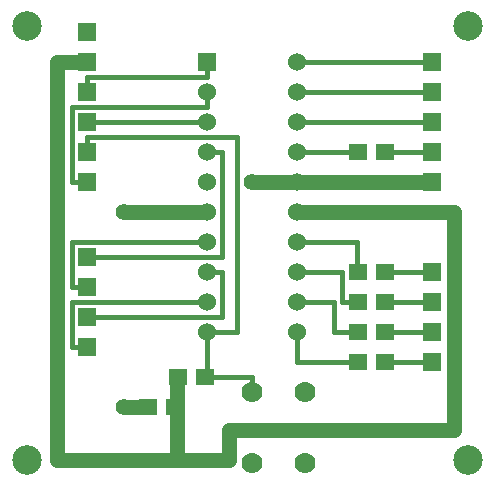
<source format=gbr>
%FSLAX23Y23*%
%MOIN*%
G04 EasyPC Gerber Version 18.0.1 Build 3581 *
%ADD14R,0.06000X0.06000*%
%ADD12R,0.06000X0.06000*%
%ADD70C,0.01500*%
%ADD18C,0.05000*%
%ADD17C,0.05600*%
%ADD13C,0.06000*%
%ADD15R,0.06000X0.05500*%
%ADD16C,0.07000*%
%ADD20C,0.09843*%
X0Y0D02*
D02*
D12*
X753Y1519D03*
D02*
D13*
Y619D03*
Y719D03*
Y819D03*
Y919D03*
Y1019D03*
Y1119D03*
Y1219D03*
Y1319D03*
Y1419D03*
X1053Y619D03*
Y719D03*
Y819D03*
Y919D03*
Y1019D03*
Y1119D03*
Y1219D03*
Y1319D03*
Y1419D03*
Y1519D03*
D02*
D14*
X353Y569D03*
Y669D03*
Y769D03*
Y869D03*
Y1119D03*
Y1219D03*
Y1319D03*
Y1419D03*
Y1519D03*
Y1619D03*
X1503Y519D03*
Y619D03*
Y719D03*
Y819D03*
Y1119D03*
Y1219D03*
Y1319D03*
Y1419D03*
Y1519D03*
D02*
D15*
X558Y369D03*
X648D03*
X658Y469D03*
X748D03*
X1258Y519D03*
Y619D03*
Y719D03*
Y819D03*
Y1219D03*
X1348Y519D03*
Y619D03*
Y719D03*
Y819D03*
Y1219D03*
D02*
D16*
X903Y183D03*
Y419D03*
X1080Y183D03*
Y419D03*
D02*
D17*
X478Y369D03*
Y1019D03*
X903Y1119D03*
D02*
D18*
X478Y369D02*
X558D01*
X478Y1019D02*
X753D01*
X653Y194D02*
X253D01*
Y1519*
X353*
X653Y369D02*
Y194D01*
Y369D02*
X648D01*
X658Y469D02*
X653D01*
Y369*
X903Y1119D02*
X1053D01*
Y1019D02*
X1578D01*
Y294*
X828*
Y194*
X653*
X1053Y1119D02*
X1503D01*
D02*
D70*
X353Y569D02*
X303D01*
Y719*
X753*
X353Y769D02*
X303D01*
Y919*
X753*
X353Y1119D02*
X303D01*
Y1369*
X753*
Y1419*
X353D02*
Y1469D01*
X753*
Y1519*
Y469D02*
X748D01*
X753D02*
X903D01*
Y419*
X753Y469D02*
Y619D01*
X853*
Y1269*
X353*
Y1219*
X753Y819D02*
X803D01*
Y669*
X353*
X753Y1219D02*
X803D01*
Y869*
X353*
X753Y1319D02*
X353D01*
X1053Y819D02*
X1203D01*
Y719*
X1258*
X1053Y919D02*
X1253D01*
Y819*
X1258*
X1053Y1319D02*
X1503D01*
X1053Y1419D02*
X1503D01*
X1053Y1519D02*
X1503D01*
X1258Y519D02*
X1053D01*
Y619*
X1258D02*
X1178D01*
Y719*
X1053*
X1258Y1219D02*
X1053D01*
X1348Y519D02*
X1503D01*
X1348Y619D02*
X1503D01*
X1348Y719D02*
X1503D01*
X1348Y819D02*
X1503D01*
X1348Y1219D02*
X1503D01*
D02*
D20*
X153Y195D03*
Y1640D03*
X1625Y195D03*
Y1640D03*
X0Y0D02*
M02*

</source>
